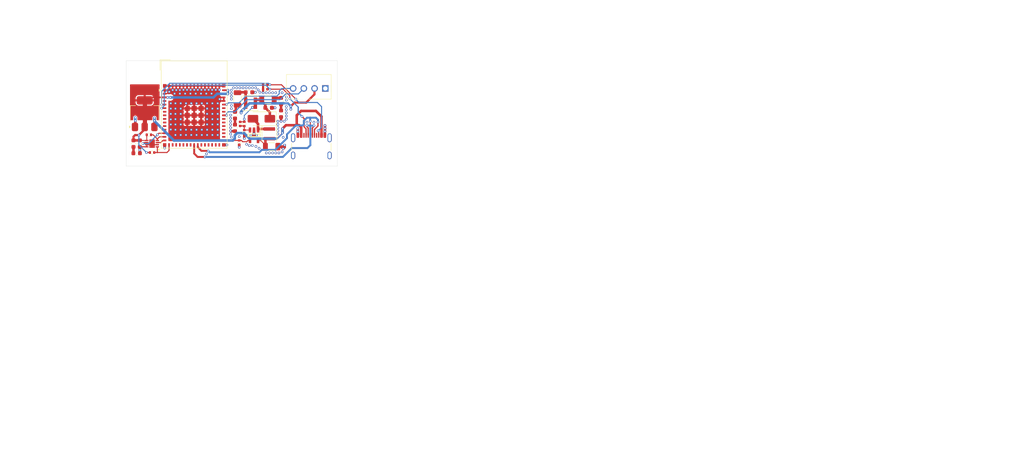
<source format=kicad_pcb>
(kicad_pcb (version 20240108) (generator "pcbnew") (generator_version "8.0")
  (title_block (title "Humidity Controller Layout Drawing") (rev "A") (comment 1 "A") (comment 2 "Initial Release") (comment 3 "2025-02-09") (comment 4 "-") (comment 5 "r.marple") (comment 6 "2025-02-09") (comment 7 "000001-01") (comment 8 "H") (comment 9 "I"))
  (layers (0 "F.Cu" signal) (1 "In1.Cu" signal) (2 "In2.Cu" signal) (31 "B.Cu" signal) (34 "B.Paste" user) (35 "F.Paste" user) (36 "B.SilkS" user "B.Silkscreen") (37 "F.SilkS" user "F.Silkscreen") (38 "B.Mask" user) (39 "F.Mask" user) (44 "Edge.Cuts" user))
  (net 0 "")
  (net 1 "+3.3V")
  (net 2 "GND")
  (net 4 "/USB_D+")
  (net 11 "/USB_D-")
  (net 26 "Net-(C2-Pad2)")
  (net 27 "Net-(R1-Pad1)")
  (net 28 "/BST_12V")
  (net 29 "/BST_FB")
  (net 30 "/BST_SW")
  (net 31 "Net-(C1-Pad2)")
  (net 32 "Net-(R6-Pad1)")
  (net 35 "+5V")
  (net 37 "/FAN_PWM")
  (net 39 "/FAN_RPM")
  (net 40 "+12V")
  (net 42 "Net-(C7-Pad2)")
  (net 47 "/CC1")
  (net 48 "/CC2")
  (net 49 "/SCL")
  (net 50 "/SDA")
  (net 51 "/!BST_SHDN")
  (net 52 "/!RESET")
  (net 53 "/ALERT")
  (footprint "Resistor_SMD:R_0402_1005Metric" (layer "F.Cu") (at 88.920385 72.529615 -90)
    (property "Reference" "R2" (hide yes))
    (property "Value" "115K" (hide yes))
  )
  (footprint "Inductor_SMD:L_Sunlord_SWPA3015S" (layer "F.Cu") (at 90.395385 67.619615 180)
    (property "Reference" "L2" (hide yes))
    (property "Value" "10uH" (hide yes))
  )
  (footprint "Connector_USB:USB_C_Receptacle_GCT_USB4105-xx-A_16P_TopMnt_Horizontal" (layer "F.Cu") (at 104.79 78.905)
    (property "Reference" "J3" (hide yes))
    (property "Value" "918-418K2023S40001" (hide yes))
  )
  (footprint "Capacitor_SMD:C_0603_1608Metric" (layer "F.Cu") (at 94.670385 68.694615)
    (property "Reference" "C3" (hide yes))
    (property "Value" "470nF" (hide yes))
  )
  (footprint "Capacitor_SMD:C_0603_1608Metric" (layer "F.Cu") (at 90.020385 65.019615)
    (property "Reference" "C4" (hide yes))
    (property "Value" "470nF" (hide yes))
  )
  (footprint "Capacitor_SMD:C_0603_1608Metric" (layer "F.Cu") (at 64.195385 77.194615 -90)
    (property "Reference" "C5" (hide yes))
    (property "Value" "470nF" (hide yes))
  )
  (footprint "Resistor_SMD:R_0402_1005Metric" (layer "F.Cu") (at 93.870385 64.294615 180)
    (property "Reference" "R10" (hide yes))
    (property "Value" "5.1K" (hide yes))
  )
  (footprint "Resistor_SMD:R_0402_1005Metric" (layer "F.Cu") (at 67.095385 79.294615)
    (property "Reference" "R4" (hide yes))
    (property "Value" "4.7K" (hide yes))
  )
  (footprint "Capacitor_SMD:C_0603_1608Metric" (layer "F.Cu") (at 86.720385 73.469615 90)
    (property "Reference" "R8" (hide yes))
    (property "Value" "1R" (hide yes))
  )
  (footprint "humidity-controller:SOT95P280X145-5N" (layer "F.Cu") (at 91.220385 75.219615 -90)
    (property "Reference" "U4" (hide yes))
    (property "Value" "LM27313XMF_NOPB" (hide yes))
  )
  (footprint "Capacitor_SMD:C_0402_1005Metric" (layer "F.Cu") (at 87.945385 72.519615 -90)
    (property "Reference" "C8" (hide yes))
    (property "Value" "220pF" (hide yes))
  )
  (footprint "humidity-controller:SON50P250X250X80-9N-D" (layer "F.Cu") (at 67.095385 77.194615 180)
    (property "Reference" "U3" (hide yes))
    (property "Value" "HDC3022DEJR" (hide yes))
  )
  (footprint "Capacitor_SMD:C_1206_3216Metric" (layer "F.Cu") (at 94.520385 66.794615)
    (property "Reference" "C1" (hide yes))
    (property "Value" "4.7uF" (hide yes))
  )
  (footprint "Capacitor_SMD:C_0603_1608Metric" (layer "F.Cu") (at 97.620385 67.119615 90)
    (property "Reference" "R1" (hide yes))
    (property "Value" "1R" (hide yes))
  )
  (footprint "Capacitor_SMD:C_0603_1608Metric" (layer "F.Cu") (at 63.445385 79.469615 180)
    (property "Reference" "R11" (hide yes))
    (property "Value" "1R" (hide yes))
  )
  (footprint "Resistor_SMD:R_0402_1005Metric" (layer "F.Cu") (at 93.870385 63.244615 180)
    (property "Reference" "R9" (hide yes))
    (property "Value" "5.1K" (hide yes))
  )
  (footprint "Capacitor_SMD:C_0603_1608Metric" (layer "F.Cu") (at 86.720385 70.444615 90)
    (property "Reference" "R6" (hide yes))
    (property "Value" "1R" (hide yes))
  )
  (footprint "Diode_SMD:D_SMA" (layer "F.Cu") (at 92.970385 71.294615 180)
    (property "Reference" "D1")
    (property "Value" "SS14" (hide yes))
  )
  (footprint "Capacitor_SMD:C_1206_3216Metric" (layer "F.Cu") (at 95.395385 77.894615)
    (property "Reference" "C6" (hide yes))
    (property "Value" "4.7uF" (hide yes))
  )
  (footprint "Resistor_SMD:R_0402_1005Metric" (layer "F.Cu") (at 87.720385 76.944615 -90)
    (property "Reference" "R12" (hide yes))
    (property "Value" "13.3K" (hide yes))
  )
  (footprint "Package_TO_SOT_SMD:SOT-223-3_TabPin2" (layer "F.Cu") (at 65.345385 70.094615 90)
    (property "Reference" "U5" (hide yes))
    (property "Value" "AMS1117-3.3" (hide yes))
  )
  (footprint "Capacitor_SMD:C_1206_3216Metric" (layer "F.Cu") (at 87.320385 66.594615 -90)
    (property "Reference" "C2" (hide yes))
    (property "Value" "4.7uF" (hide yes))
  )
  (footprint "Capacitor_SMD:C_0603_1608Metric" (layer "F.Cu") (at 97.620385 70.119615 90)
    (property "Reference" "R7" (hide yes))
    (property "Value" "1R" (hide yes))
  )
  (footprint "Resistor_SMD:R_0402_1005Metric" (layer "F.Cu") (at 88.920385 74.479615 -90)
    (property "Reference" "R5" (hide yes))
    (property "Value" "13.3K" (hide yes))
  )
  (footprint "Capacitor_SMD:C_0603_1608Metric" (layer "F.Cu") (at 62.695385 77.194615 -90)
    (property "Reference" "C7" (hide yes))
    (property "Value" "22uF" (hide yes))
  )
  (footprint "humidity-controller:470531000" (layer "F.Cu") (at 108.097385 64.114615)
    (property "Reference" "J1" (hide yes))
    (property "Value" "Conn_01x04_Pin" (hide yes))
  )
  (footprint "Resistor_SMD:R_0402_1005Metric" (layer "F.Cu") (at 66.345385 75.094615)
    (property "Reference" "R3" (hide yes))
    (property "Value" "4.7K" (hide yes))
  )
  (footprint "Inductor_SMD:L_Sunlord_SWPA3015S" (layer "F.Cu") (at 94.870385 74.869615 90)
    (property "Reference" "L1" (hide yes))
    (property "Value" "10uH" (hide yes))
  )
  (footprint "RF_Module:ESP32-S2-MINI-1" (layer "F.Cu") (at 77.060385 67.934615)
    (property "Reference" "U1" (hide yes))
    (property "Value" "ESP32-S3-MINI-1" (hide yes))
  )
  (gr_line (start 60.970385 82.544615) (end 110.970385 82.544615) (stroke (width 0.05)) (layer "Edge.Cuts"))
  (gr_line (start 60.970385 57.544615) (end 60.970385 82.544615) (stroke (width 0.05)) (layer "Edge.Cuts"))
  (gr_line (start 110.970385 57.544615) (end 60.970385 57.544615) (stroke (width 0.05)) (layer "Edge.Cuts"))
  (gr_line (start 110.970385 82.544615) (end 110.970385 57.544615) (stroke (width 0.05)) (layer "Edge.Cuts"))
  (segment (start 65.510385 66.784615) (end 65.400385 66.894615) (width 0.6) (layer "F.Cu") (net 1))
  (segment (start 65.445385 73.694615) (end 65.445385 73.244615) (width 0.5) (layer "F.Cu") (net 1))
  (segment (start 84.060385 64.534615) (end 85.010385 64.534615) (width 0.4) (layer "F.Cu") (net 1))
  (segment (start 70.060385 66.234615) (end 70.760385 66.234615) (width 0.4) (layer "F.Cu") (net 1))
  (segment (start 65.835385 76.434615) (end 65.845385 76.444615) (width 0.2) (layer "F.Cu") (net 1))
  (segment (start 62.695385 75.544615) (end 63.070385 75.169615) (width 0.5) (layer "F.Cu") (net 1))
  (segment (start 66.585385 79.294615) (end 65.770385 79.294615) (width 0.25) (layer "F.Cu") (net 1))
  (segment (start 65.845385 76.444615) (end 64.220385 76.444615) (width 0.2) (layer "F.Cu") (net 1))
  (segment (start 62.695385 76.419615) (end 62.695385 75.544615) (width 0.5) (layer "F.Cu") (net 1))
  (segment (start 64.220385 76.444615) (end 64.195385 76.419615) (width 0.2) (layer "F.Cu") (net 1))
  (segment (start 65.835385 75.094615) (end 65.835385 76.434615) (width 0.2) (layer "F.Cu") (net 1))
  (segment (start 62.695385 76.419615) (end 64.195385 76.419615) (width 0.6) (layer "F.Cu") (net 1))
  (segment (start 65.400385 73.194615) (end 65.400385 66.894615) (width 1) (layer "F.Cu") (net 1))
  (segment (start 63.070385 75.169615) (end 63.970385 75.169615) (width 0.5) (layer "F.Cu") (net 1))
  (segment (start 70.760385 66.234615) (end 70.770385 66.244615) (width 0.4) (layer "F.Cu") (net 1))
  (segment (start 63.970385 75.169615) (end 65.445385 73.694615) (width 0.5) (layer "F.Cu") (net 1))
  (segment (start 85.010385 64.534615) (end 85.020385 64.544615) (width 0.6) (layer "F.Cu") (net 1))
  (segment (start 70.770385 66.244615) (end 71.395385 66.244615) (width 0.4) (layer "F.Cu") (net 1))
  (segment (start 70.060385 66.234615) (end 65.510385 66.234615) (width 0.4) (layer "F.Cu") (net 1))
  (segment (start 85.020385 65.394615) (end 85.020385 64.544615) (width 0.6) (layer "F.Cu") (net 1))
  (via (at 70.770385 66.244615) (size 0.6) (drill 0.3) (layers "F.Cu" "B.Cu") (net 1))
  (via (at 85.020385 64.544615) (size 0.6) (drill 0.3) (layers "F.Cu" "B.Cu") (net 1))
  (via (at 71.395385 66.244615) (size 0.6) (drill 0.3) (layers "F.Cu" "B.Cu") (net 1))
  (via (at 63.970385 75.169615) (size 0.6) (drill 0.3) (layers "F.Cu" "B.Cu") (net 1))
  (via (at 85.020385 65.394615) (size 0.6) (drill 0.3) (layers "F.Cu" "B.Cu") (net 1))
  (via (at 65.770385 79.294615) (size 0.6) (drill 0.3) (layers "F.Cu" "B.Cu") (net 1))
  (segment (start 82.470385 65.394615) (end 85.020385 65.394615) (width 0.6) (layer "B.Cu") (net 1))
  (segment (start 63.970385 77.494615) (end 63.970385 75.169615) (width 0.25) (layer "B.Cu") (net 1))
  (segment (start 65.770385 79.294615) (end 63.970385 77.494615) (width 0.25) (layer "B.Cu") (net 1))
  (segment (start 81.620385 66.244615) (end 82.470385 65.394615) (width 0.6) (layer "B.Cu") (net 1))
  (segment (start 85.020385 64.544615) (end 85.020385 65.394615) (width 0.6) (layer "B.Cu") (net 1))
  (segment (start 70.770385 66.244615) (end 71.395385 66.244615) (width 0.4) (layer "B.Cu") (net 1))
  (segment (start 71.395385 66.244615) (end 81.620385 66.244615) (width 0.6) (layer "B.Cu") (net 1))
  (segment (start 91.220385 74.869615) (end 90.870385 75.219615) (width 0.6) (layer "F.Cu") (net 2))
  (segment (start 98.470385 77.544615) (end 98.470385 78.044615) (width 0.6) (layer "F.Cu") (net 2))
  (segment (start 64.195385 77.969615) (end 64.195385 79.444615) (width 0.6) (layer "F.Cu") (net 2))
  (segment (start 63.120385 71.769615) (end 63.120385 71.044615) (width 0.6) (layer "F.Cu") (net 2))
  (segment (start 88.920385 75.978929) (end 88.936071 75.994615) (width 0.25) (layer "F.Cu") (net 2))
  (segment (start 97.620385 77.894615) (end 98.120385 78.394615) (width 0.6) (layer "F.Cu") (net 2))
  (segment (start 96.870385 77.894615) (end 97.620385 77.894615) (width 0.6) (layer "F.Cu") (net 2))
  (segment (start 84.060385 77.484615) (end 84.785385 77.484615) (width 0.6) (layer "F.Cu") (net 2))
  (segment (start 86.720385 74.244615) (end 85.745385 74.244615) (width 0.6) (layer "F.Cu") (net 2))
  (segment (start 101.59 73.635) (end 101.59 74.33) (width 0.6) (layer "F.Cu") (net 2))
  (segment (start 91.570385 75.219615) (end 91.870385 75.219615) (width 0.6) (layer "F.Cu") (net 2))
  (segment (start 91.220385 74.869615) (end 91.570385 75.219615) (width 0.6) (layer "F.Cu") (net 2))
  (segment (start 97.620385 70.894615) (end 97.620385 71.894615) (width 0.6) (layer "F.Cu") (net 2))
  (segment (start 70.060385 77.484615) (end 70.060385 78.209615) (width 0.6) (layer "F.Cu") (net 2))
  (segment (start 64.220385 77.944615) (end 64.195385 77.969615) (width 0.25) (layer "F.Cu") (net 2))
  (segment (start 93.360385 63.294615) (end 93.360385 65.134615) (width 0.5) (layer "F.Cu") (net 2))
  (segment (start 98.470385 78.044615) (end 98.120385 78.394615) (width 0.6) (layer "F.Cu") (net 2))
  (segment (start 90.870385 75.219615) (end 90.520385 75.219615) (width 0.6) (layer "F.Cu") (net 2))
  (segment (start 107.99 75.225) (end 107.99 74.3) (width 0.6) (layer "F.Cu") (net 2))
  (segment (start 107.99 74.3) (end 108.01 74.28) (width 0.25) (layer "F.Cu") (net 2))
  (segment (start 101.59 75.225) (end 101.59 74.33) (width 0.6) (layer "F.Cu") (net 2))
  (segment (start 70.060385 78.209615) (end 70.070385 78.219615) (width 0.25) (layer "F.Cu") (net 2))
  (segment (start 63.120385 73.194615) (end 63.120385 71.769615) (width 0.6) (layer "F.Cu") (net 2))
  (segment (start 101.585 73.63) (end 101.59 73.635) (width 0.6) (layer "F.Cu") (net 2))
  (segment (start 93.360385 65.134615) (end 93.370385 65.144615) (width 0.5) (layer "F.Cu") (net 2))
  (segment (start 84.785385 77.484615) (end 84.795385 77.494615) (width 0.25) (layer "F.Cu") (net 2))
  (segment (start 97.620385 77.894615) (end 98.120385 77.894615) (width 0.6) (layer "F.Cu") (net 2))
  (segment (start 65.845385 77.444615) (end 65.845385 77.944615) (width 0.25) (layer "F.Cu") (net 2))
  (segment (start 98.120385 77.894615) (end 98.470385 77.544615) (width 0.6) (layer "F.Cu") (net 2))
  (segment (start 95.445385 68.694615) (end 96.195385 68.694615) (width 0.6) (layer "F.Cu") (net 2))
  (segment (start 90.795385 65.019615) (end 91.545385 65.019615) (width 0.6) (layer "F.Cu") (net 2))
  (segment (start 108.01 73.58) (end 108.01 72.88) (width 0.6) (layer "F.Cu") (net 2))
  (segment (start 85.745385 74.244615) (end 85.670385 74.169615) (width 0.6) (layer "F.Cu") (net 2))
  (segment (start 91.870385 75.219615) (end 90.520385 75.219615) (width 0.6) (layer "F.Cu") (net 2))
  (segment (start 65.845385 77.944615) (end 64.220385 77.944615) (width 0.25) (layer "F.Cu") (net 2))
  (segment (start 108.01 74.28) (end 108.01 73.58) (width 0.6) (layer "F.Cu") (net 2))
  (segment (start 87.720385 77.454615) (end 87.720385 78.044615) (width 0.6) (layer "F.Cu") (net 2))
  (segment (start 65.845385 77.444615) (end 68.345385 77.444615) (width 0.25) (layer "F.Cu") (net 2))
  (segment (start 64.195385 79.444615) (end 64.220385 79.469615) (width 0.25) (layer "F.Cu") (net 2))
  (segment (start 88.920385 74.989615) (end 88.920385 75.978929) (width 0.6) (layer "F.Cu") (net 2))
  (segment (start 91.220385 73.969615) (end 91.220385 74.869615) (width 0.6) (layer "F.Cu") (net 2))
  (via (at 71.520385 71.444615) (size 0.6) (drill 0.3) (layers "F.Cu" "B.Cu") (net 2))
  (via (at 80.120385 71.394615) (size 0.6) (drill 0.3) (layers "F.Cu" "B.Cu") (net 2))
  (via (at 108.01 72.88) (size 0.6) (drill 0.3) (layers "F.Cu" "B.Cu") (net 2))
  (via (at 80.120385 73.894615) (size 0.6) (drill 0.3) (layers "F.Cu" "B.Cu") (net 2))
  (via (at 96.370385 79.394615) (size 0.6) (drill 0.3) (layers "F.Cu" "B.Cu") (net 2))
  (via (at 98.120385 78.394615) (size 0.6) (drill 0.3) (layers "F.Cu" "B.Cu") (net 2))
  (via (at 73.870385 71.394615) (size 0.6) (drill 0.3) (layers "F.Cu" "B.Cu") (net 2))
  (via (at 83.020385 64.444615) (size 0.6) (drill 0.3) (layers "F.Cu" "B.Cu") (net 2))
  (via (at 73.670385 65.344615) (size 0.6) (drill 0.3) (layers "F.Cu" "B.Cu") (net 2))
  (via (at 72.820385 64.494615) (size 0.6) (drill 0.3) (layers "F.Cu" "B.Cu") (net 2))
  (via (at 71.520385 73.844615) (size 0.6) (drill 0.3) (layers "F.Cu" "B.Cu") (net 2))
  (via (at 98.870385 70.644615) (size 0.6) (drill 0.3) (layers "F.Cu" "B.Cu") (net 2))
  (via (at 88.620385 63.969615) (size 0.6) (drill 0.3) (layers "F.Cu" "B.Cu") (net 2))
  (via (at 79.970385 79.619615) (size 0.6) (drill 0.3) (layers "F.Cu" "B.Cu") (net 2))
  (via (at 81.170385 65.344615) (size 0.6) (drill 0.3) (layers "F.Cu" "B.Cu") (net 2))
  (via (at 76.370385 75.144615) (size 0.6) (drill 0.3) (layers "F.Cu" "B.Cu") (net 2))
  (via (at 78.670385 65.344615) (size 0.6) (drill 0.3) (layers "F.Cu" "B.Cu") (net 2))
  (via (at 98.870385 69.894615) (size 0.6) (drill 0.3) (layers "F.Cu" "B.Cu") (net 2))
  (via (at 73.870385 72.644615) (size 0.6) (drill 0.3) (layers "F.Cu" "B.Cu") (net 2))
  (via (at 82.620385 73.894615) (size 0.6) (drill 0.3) (layers "F.Cu" "B.Cu") (net 2))
  (via (at 77.620385 75.144615) (size 0.6) (drill 0.3) (layers "F.Cu" "B.Cu") (net 2))
  (via (at 73.870385 75.144615) (size 0.6) (drill 0.3) (layers "F.Cu" "B.Cu") (net 2))
  (via (at 81.370385 71.394615) (size 0.6) (drill 0.3) (layers "F.Cu" "B.Cu") (net 2))
  (via (at 88.936071 75.994615) (size 0.6) (drill 0.3) (layers "F.Cu" "B.Cu") (net 2))
  (via (at 72.620385 70.144615) (size 0.6) (drill 0.3) (layers "F.Cu" "B.Cu") (net 2))
  (via (at 77.620385 67.644615) (size 0.6) (drill 0.3) (layers "F.Cu" "B.Cu") (net 2))
  (via (at 86.370385 63.969615) (size 0.6) (drill 0.3) (layers "F.Cu" "B.Cu") (net 2))
  (via (at 72.620385 75.144615) (size 0.6) (drill 0.3) (layers "F.Cu" "B.Cu") (net 2))
  (via (at 97.620385 71.894615) (size 0.6) (drill 0.3) (layers "F.Cu" "B.Cu") (net 2))
  (via (at 96.870385 73.394615) (size 0.6) (drill 0.3) (layers "F.Cu" "B.Cu") (net 2))
  (via (at 103.76 72.105) (size 0.6) (drill 0.3) (layers "F.Cu" "B.Cu") (net 2))
  (via (at 96.870385 71.894615) (size 0.6) (drill 0.3) (layers "F.Cu" "B.Cu") (net 2))
  (via (at 90.120385 63.969615) (size 0.6) (drill 0.3) (layers "F.Cu" "B.Cu") (net 2))
  (via (at 82.620385 71.394615) (size 0.6) (drill 0.3) (layers "F.Cu" "B.Cu") (net 2))
  (via (at 70.070385 78.219615) (size 0.6) (drill 0.3) (layers "F.Cu" "B.Cu") (net 2))
  (via (at 94.870385 79.394615) (size 0.6) (drill 0.3) (layers "F.Cu" "B.Cu") (net 2))
  (via (at 85.670385 73.419615) (size 0.6) (drill 0.3) (layers "F.Cu" "B.Cu") (net 2))
  (via (at 76.370385 67.644615) (size 0.6) (drill 0.3) (layers "F.Cu" "B.Cu") (net 2))
  (via (at 94.120385 65.144615) (size 0.6) (drill 0.3) (layers "F.Cu" "B.Cu") (net 2))
  (via (at 94.870385 65.144615) (size 0.6) (drill 0.3) (layers "F.Cu" "B.Cu") (net 2))
  (via (at 82.620385 72.644615) (size 0.6) (drill 0.3) (layers "F.Cu" "B.Cu") (net 2))
  (via (at 81.370385 73.894615) (size 0.6) (drill 0.3) (layers "F.Cu" "B.Cu") (net 2))
  (via (at 91.545385 65.019615) (size 0.6) (drill 0.3) (layers "F.Cu" "B.Cu") (net 2))
  (via (at 85.870385 68.894615) (size 0.6) (drill 0.3) (layers "F.Cu" "B.Cu") (net 2))
  (via (at 73.670385 64.494615) (size 0.6) (drill 0.3) (layers "F.Cu" "B.Cu") (net 2))
  (via (at 96.870385 74.144615) (size 0.6) (drill 0.3) (layers "F.Cu" "B.Cu") (net 2))
  (via (at 78.870385 67.644615) (size 0.6) (drill 0.3) (layers "F.Cu" "B.Cu") (net 2))
  (via (at 72.620385 73.894615) (size 0.6) (drill 0.3) (layers "F.Cu" "B.Cu") (net 2))
  (via (at 92.195385 64.444615) (size 0.6) (drill 0.3) (layers "F.Cu" "B.Cu") (net 2))
  (via (at 73.870385 70.144615) (size 0.6) (drill 0.3) (layers "F.Cu" "B.Cu") (net 2))
  (via (at 90.820385 77.644615) (size 0.6) (drill 0.3) (layers "F.Cu" "B.Cu") (net 2))
  (via (at 95.620385 79.394615) (size 0.6) (drill 0.3) (layers "F.Cu" "B.Cu") (net 2))
  (via (at 87.120385 63.969615) (size 0.6) (drill 0.3) (layers "F.Cu" "B.Cu") (net 2))
  (via (at 72.620385 68.894615) (size 0.6) (drill 0.3) (layers "F.Cu" "B.Cu") (net 2))
  (via (at 82.620385 68.894615) (size 0.6) (drill 0.3) (layers "F.Cu" "B.Cu") (net 2))
  (via (at 85.670385 74.169615) (size 0.6) (drill 0.3) (layers "F.Cu" "B.Cu") (net 2))
  (via (at 73.870385 73.894615) (size 0.6) (drill 0.3) (layers "F.Cu" "B.Cu") (net 2))
  (via (at 85.670385 74.919615) (size 0.6) (drill 0.3) (layers "F.Cu" "B.Cu") (net 2))
  (via (at 98.870385 68.394615) (size 0.6) (drill 0.3) (layers "F.Cu" "B.Cu") (net 2))
  (via (at 81.370385 67.644615) (size 0.6) (drill 0.3) (layers "F.Cu" "B.Cu") (net 2))
  (via (at 72.620385 72.644615) (size 0.6) (drill 0.3) (layers "F.Cu" "B.Cu") (net 2))
  (via (at 97.120385 79.394615) (size 0.6) (drill 0.3) (layers "F.Cu" "B.Cu") (net 2))
  (via (at 105.41 72.13) (size 0.6) (drill 0.3) (layers "F.Cu" "B.Cu") (net 2))
  (via (at 91.870385 75.219615) (size 0.6) (drill 0.3) (layers "F.Cu" "B.Cu") (net 2))
  (via (at 92.620385 65.019615) (size 0.6) (drill 0.3) (layers "F.Cu" "B.Cu") (net 2))
  (via (at 83.070385 66.644615) (size 0.6) (drill 0.3) (layers "F.Cu" "B.Cu") (net 2))
  (via (at 98.870385 66.144615) (size 0.6) (drill 0.3) (layers "F.Cu" "B.Cu") (net 2))
  (via (at 85.870385 66.644615) (size 0.6) (drill 0.3) (layers "F.Cu" "B.Cu") (net 2))
  (via (at 80.120385 75.144615) (size 0.6) (drill 0.3) (layers "F.Cu" "B.Cu") (net 2))
  (via (at 71.520385 67.644615) (size 0.6) (drill 0.3) (layers "F.Cu" "B.Cu") (net 2))
  (via (at 85.670385 71.919615) (size 0.6) (drill 0.3) (layers "F.Cu" "B.Cu") (net 2))
  (via (at 95.620385 65.144615) (size 0.6) (drill 0.3) (layers "F.Cu" "B.Cu") (net 2))
  (via (at 84.795385 77.494615) (size 0.6) (drill 0.3) (layers "F.Cu" "B.Cu") (net 2))
  (via (at 97.870385 79.144615) (size 0.6) (drill 0.3) (layers "F.Cu" "B.Cu") (net 2))
  (via (at 98.870385 71.394615) (size 0.6) (drill 0.3) (layers "F.Cu" "B.Cu") (net 2))
  (via (at 74.920385 65.344615) (size 0.6) (drill 0.3) (layers "F.Cu" "B.Cu") (net 2))
  (via (at 81.370385 70.144615) (size 0.6) (drill 0.3) (layers "F.Cu" "B.Cu") (net 2))
  (via (at 76.370385 73.894615) (size 0.6) (drill 0.3) (layers "F.Cu" "B.Cu") (net 2))
  (via (at 87.720385 78.044615) (size 0.6) (drill 0.3) (layers "F.Cu" "B.Cu") (net 2))
  (via (at 98.120385 75.694615) (size 0.6) (drill 0.3) (layers "F.Cu" "B.Cu") (net 2))
  (via (at 82.620385 67.644615) (size 0.6) (drill 0.3) (layers "F.Cu" "B.Cu") (net 2))
  (via (at 78.770385 64.444615) (size 0.6) (drill 0.3) (layers "F.Cu" "B.Cu") (net 2))
  (via (at 108.01 73.58) (size 0.6) (drill 0.3) (layers "F.Cu" "B.Cu") (net 2))
  (via (at 80.120385 68.894615) (size 0.6) (drill 0.3) (layers "F.Cu" "B.Cu") (net 2))
  (via (at 80.120385 72.644615) (size 0.6) (drill 0.3) (layers "F.Cu" "B.Cu") (net 2))
  (via (at 71.520385 68.894615) (size 0.6) (drill 0.3) (layers "F.Cu" "B.Cu") (net 2))
  (via (at 91.670385 77.844615) (size 0.6) (drill 0.3) (layers "F.Cu" "B.Cu") (net 2))
  (via (at 96.870385 74.894615) (size 0.6) (drill 0.3) (layers "F.Cu" "B.Cu") (net 2))
  (via (at 96.370385 65.144615) (size 0.6) (drill 0.3) (layers "F.Cu" "B.Cu") (net 2))
  (via (at 85.670385 72.669615) (size 0.6) (drill 0.3) (layers "F.Cu" "B.Cu") (net 2))
  (via (at 71.970385 64.494615) (size 0.6) (drill 0.3) (layers "F.Cu" "B.Cu") (net 2))
  (via (at 80.120385 67.644615) (size 0.6) (drill 0.3) (layers "F.Cu" "B.Cu") (net 2))
  (via (at 87.870385 63.969615) (size 0.6) (drill 0.3) (layers "F.Cu" "B.Cu") (net 2))
  (via (at 63.120385 71.769615) (size 0.6) (drill 0.3) (layers "F.Cu" "B.Cu") (net 2))
  (via (at 91.220385 74.869615) (size 0.6) (drill 0.3) (layers "F.Cu" "B.Cu") (net 2))
  (via (at 81.370385 68.894615) (size 0.6) (drill 0.3) (layers "F.Cu" "B.Cu") (net 2))
  (via (at 82.620385 75.144615) (size 0.6) (drill 0.3) (layers "F.Cu" "B.Cu") (net 2))
  (via (at 90.120385 77.644615) (size 0.6) (drill 0.3) (layers "F.Cu" "B.Cu") (net 2))
  (via (at 74.520385 64.444615) (size 0.6) (drill 0.3) (layers "F.Cu" "B.Cu") (net 2))
  (via (at 101.59 74.33) (size 0.6) (drill 0.3) (layers "F.Cu" "B.Cu") (net 2))
  (via (at 71.520385 70.144615) (size 0.6) (drill 0.3) (layers "F.Cu" "B.Cu") (net 2))
  (via (at 87.720385 75.519615) (size 0.6) (drill 0.3) (layers "F.Cu" "B.Cu") (net 2))
  (via (at 85.845385 64.544615) (size 0.6) (drill 0.3) (layers "F.Cu" "B.Cu") (net 2))
  (via (at 90.520385 75.219615) (size 0.6) (drill 0.3) (layers "F.Cu" "B.Cu") (net 2))
  (via (at 75.370385 64.444615) (size 0.6) (drill 0.3) (layers "F.Cu" "B.Cu") (net 2))
  (via (at 75.120385 67.644615) (size 0.6) (drill 0.3) (layers "F.Cu" "B.Cu") (net 2))
  (via (at 73.870385 67.644615) (size 0.6) (drill 0.3) (layers "F.Cu" "B.Cu") (net 2))
  (via (at 85.870385 68.144615) (size 0.6) (drill 0.3) (layers "F.Cu" "B.Cu") (net 2))
  (via (at 80.470385 64.444615) (size 0.6) (drill 0.3) (layers "F.Cu" "B.Cu") (net 2))
  (via (at 81.320385 64.444615) (size 0.6) (drill 0.3) (layers "F.Cu" "B.Cu") (net 2))
  (via (at 89.370385 63.969615) (size 0.6) (drill 0.3) (layers "F.Cu" "B.Cu") (net 2))
  (via (at 75.120385 75.144615) (size 0.6) (drill 0.3) (layers "F.Cu" "B.Cu") (net 2))
  (via (at 85.870385 75.644615) (size 0.6) (drill 0.3) (layers "F.Cu" "B.Cu") (net 2))
  (via (at 94.120385 79.394615) (size 0.6) (drill 0.3) (layers "F.Cu" "B.Cu") (net 2))
  (via (at 85.670385 71.169615) (size 0.6) (drill 0.3) (layers "F.Cu" "B.Cu") (net 2))
  (via (at 72.420385 65.344615) (size 0.6) (drill 0.3) (layers "F.Cu" "B.Cu") (net 2))
  (via (at 108.01 74.28) (size 0.6) (drill 0.3) (layers "F.Cu" "B.Cu") (net 2))
  (via (at 78.870385 73.894615) (size 0.6) (drill 0.3) (layers "F.Cu" "B.Cu") (net 2))
  (via (at 77.070385 64.444615) (size 0.6) (drill 0.3) (layers "F.Cu" "B.Cu") (net 2))
  (via (at 77.420385 65.344615) (size 0.6) (drill 0.3) (layers "F.Cu" "B.Cu") (net 2))
  (via (at 79.920385 65.344615) (size 0.6) (drill 0.3) (layers "F.Cu" "B.Cu") (net 2))
  (via (at 98.870385 69.144615) (size 0.6) (drill 0.3) (layers "F.Cu" "B.Cu") (net 2))
  (via (at 98.870385 66.894615) (size 0.6) (drill 0.3) (layers "F.Cu" "B.Cu") (net 2))
  (via (at 82.620385 70.144615) (size 0.6) (drill 0.3) (layers "F.Cu" "B.Cu") (net 2))
  (via (at 85.870385 65.969615) (size 0.6) (drill 0.3) (layers "F.Cu" "B.Cu") (net 2))
  (via (at 93.370385 65.144615) (size 0.6) (drill 0.3) (layers "F.Cu" "B.Cu") (net 2))
  (via (at 96.195385 68.694615) (size 0.6) (drill 0.3) (layers "F.Cu" "B.Cu") (net 2))
  (via (at 98.470385 77.544615) (size 0.6) (drill 0.3) (layers "F.Cu" "B.Cu") (net 2))
  (via (at 79.620385 64.444615) (size 0.6) (drill 0.3) (layers "F.Cu" "B.Cu") (net 2))
  (via (at 78.870385 75.144615) (size 0.6) (drill 0.3) (layers "F.Cu" "B.Cu") (net 2))
  (via (at 72.620385 71.394615) (size 0.6) (drill 0.3) (layers "F.Cu" "B.Cu") (net 2))
  (via (at 85.870385 65.269615) (size 0.6) (drill 0.3) (layers "F.Cu" "B.Cu") (net 2))
  (via (at 71.520385 72.644615) (size 0.6) (drill 0.3) (layers "F.Cu" "B.Cu") (net 2))
  (via (at 97.870385 65.144615) (size 0.6) (drill 0.3) (layers "F.Cu" "B.Cu") (net 2))
  (via (at 64.195385 78.694615) (size 0.6) (drill 0.3) (layers "F.Cu" "B.Cu") (net 2))
  (via (at 76.220385 64.444615) (size 0.6) (drill 0.3) (layers "F.Cu" "B.Cu") (net 2))
  (via (at 91.620385 63.969615) (size 0.6) (drill 0.3) (layers "F.Cu" "B.Cu") (net 2))
  (via (at 85.670385 70.419615) (size 0.6) (drill 0.3) (layers "F.Cu" "B.Cu") (net 2))
  (via (at 77.920385 64.444615) (size 0.6) (drill 0.3) (layers "F.Cu" "B.Cu") (net 2))
  (via (at 63.120385 71.044615) (size 0.6) (drill 0.3) (layers "F.Cu" "B.Cu") (net 2))
  (via (at 81.370385 75.144615) (size 0.6) (drill 0.3) (layers "F.Cu" "B.Cu") (net 2))
  (via (at 73.870385 68.894615) (size 0.6) (drill 0.3) (layers "F.Cu" "B.Cu") (net 2))
  (via (at 80.120385 70.144615) (size 0.6) (drill 0.3) (layers "F.Cu" "B.Cu") (net 2))
  (via (at 89.470385 77.344615) (size 0.6) (drill 0.3) (layers "F.Cu" "B.Cu") (net 2))
  (via (at 72.620385 67.644615) (size 0.6) (drill 0.3) (layers "F.Cu" "B.Cu") (net 2))
  (via (at 92.420385 78.294615) (size 0.6) (drill 0.3) (layers "F.Cu" "B.Cu") (net 2))
  (via (at 76.170385 65.344615) (size 0.6) (drill 0.3) (layers "F.Cu" "B.Cu") (net 2))
  (via (at 101.585 73.63) (size 0.6) (drill 0.3) (layers "F.Cu" "B.Cu") (net 2))
  (via (at 81.370385 72.644615) (size 0.6) (drill 0.3) (layers "F.Cu" "B.Cu") (net 2))
  (via (at 82.170385 64.444615) (size 0.6) (drill 0.3) (layers "F.Cu" "B.Cu") (net 2))
  (via (at 71.170385 64.894615) (size 0.6) (drill 0.3) (layers "F.Cu" "B.Cu") (net 2))
  (via (at 75.120385 73.894615) (size 0.6) (drill 0.3) (layers "F.Cu" "B.Cu") (net 2))
  (via (at 90.870385 63.969615) (size 0.6) (drill 0.3) (layers "F.Cu" "B.Cu") (net 2))
  (via (at 96.870385 72.644615) (size 0.6) (drill 0.3) (layers "F.Cu" "B.Cu") (net 2))
  (via (at 77.620385 73.894615) (size 0.6) (drill 0.3) (layers "F.Cu" "B.Cu") (net 2))
  (via (at 98.370385 71.894615) (size 0.6) (drill 0.3) (layers "F.Cu" "B.Cu") (net 2))
  (segment (start 63.120385 71.769615) (end 63.120385 71.044615) (width 0.6) (layer "B.Cu") (net 2))
  (segment (start 104.535 71.88) (end 104.54 71.885) (width 0.25) (layer "F.Cu") (net 4))
  (segment (start 106.36 72.08) (end 106.36 73.011792) (width 0.3) (layer "F.Cu") (net 4))
  (segment (start 104.54 71.885) (end 104.54 75.225) (width 0.25) (layer "F.Cu") (net 4))
  (segment (start 105.54 73.825) (end 105.54 75.225) (width 0.3) (layer "F.Cu") (net 4))
  (segment (start 105.666143 73.705649) (end 105.659351 73.705649) (width 0.3) (layer "F.Cu") (net 4))
  (segment (start 78.770385 78.894615) (end 77.910385 78.034615) (width 0.45) (layer "F.Cu") (net 4))
  (segment (start 80.307454 78.931379) (end 80.27069 78.894615) (width 0.45) (layer "F.Cu") (net 4))
  (segment (start 106.36 73.011792) (end 105.666143 73.705649) (width 0.3) (layer "F.Cu") (net 4))
  (segment (start 105.659351 73.705649) (end 105.54 73.825) (width 0.3) (layer "F.Cu") (net 4))
  (segment (start 77.910385 78.034615) (end 77.910385 77.784615) (width 0.45) (layer "F.Cu") (net 4))
  (segment (start 77.910385 77.784615) (end 77.910385 77.484615) (width 0.25) (layer "F.Cu") (net 4))
  (segment (start 80.378228 78.931379) (end 80.307454 78.931379) (width 0.45) (layer "F.Cu") (net 4))
  (segment (start 80.27069 78.894615) (end 78.770385 78.894615) (width 0.45) (layer "F.Cu") (net 4))
  (via (at 106.36 72.08) (size 0.6) (drill 0.3) (layers "F.Cu" "B.Cu") (net 4))
  (via (at 80.378228 78.931379) (size 0.6) (drill 0.3) (layers "F.Cu" "B.Cu") (net 4))
  (via (at 104.535 71.88) (size 0.6) (drill 0.3) (layers "F.Cu" "B.Cu") (net 4))
  (segment (start 96.245385 78.669615) (end 99.020385 75.894615) (width 0.45) (layer "B.Cu") (net 4))
  (segment (start 92.49569 79.244615) (end 93.07069 78.669615) (width 0.45) (layer "B.Cu") (net 4))
  (segment (start 101.135 72.88) (end 102.76 72.88) (width 0.45) (layer "B.Cu") (net 4))
  (segment (start 104.520385 71.044615) (end 105.870385 71.044615) (width 0.45) (layer "B.Cu") (net 4))
  (segment (start 105.870385 71.044615) (end 106.36 71.53423) (width 0.45) (layer "B.Cu") (net 4))
  (segment (start 104.535 71.88) (end 104.520385 71.865385) (width 0.25) (layer "B.Cu") (net 4))
  (segment (start 103.01 71.805) (end 103.770385 71.044615) (width 0.45) (layer "B.Cu") (net 4))
  (segment (start 99.020385 74.994615) (end 101.135 72.88) (width 0.45) (layer "B.Cu") (net 4))
  (segment (start 106.36 72.08) (end 106.36 72.05819) (width 0.25) (layer "B.Cu") (net 4))
  (segment (start 104.520385 71.865385) (end 104.520385 71.044615) (width 0.45) (layer "B.Cu") (net 4))
  (segment (start 103.770385 71.044615) (end 104.520385 71.044615) (width 0.45) (layer "B.Cu") (net 4))
  (segment (start 99.020385 75.894615) (end 99.020385 74.994615) (width 0.45) (layer "B.Cu") (net 4))
  (segment (start 93.07069 78.669615) (end 96.245385 78.669615) (width 0.45) (layer "B.Cu") (net 4))
  (segment (start 102.76 72.88) (end 103.01 72.63) (width 0.45) (layer "B.Cu") (net 4))
  (segment (start 80.691464 79.244615) (end 92.49569 79.244615) (width 0.45) (layer "B.Cu") (net 4))
  (segment (start 106.36 71.53423) (end 106.36 72.056595) (width 0.45) (layer "B.Cu") (net 4))
  (segment (start 103.01 72.63) (end 103.01 71.805) (width 0.45) (layer "B.Cu") (net 4))
  (segment (start 80.378228 78.931379) (end 80.691464 79.244615) (width 0.45) (layer "B.Cu") (net 4))
  (segment (start 105.41 72.93) (end 105.41 73.099239) (width 0.3) (layer "F.Cu") (net 11))
  (segment (start 103.735 73.174239) (end 104.04 73.479239) (width 0.3) (layer "F.Cu") (net 11))
  (segment (start 77.870385 80.344615) (end 77.060385 79.534615) (width 0.45) (layer "F.Cu") (net 11))
  (segment (start 77.060385 79.534615) (end 77.060385 77.484615) (width 0.45) (layer "F.Cu") (net 11))
  (segment (start 104.04 73.479239) (end 104.04 75.225) (width 0.3) (layer "F.Cu") (net 11))
  (segment (start 105.41 73.099239) (end 105.04 73.469239) (width 0.3) (layer "F.Cu") (net 11))
  (segment (start 105.04 73.469239) (end 105.04 75.225) (width 0.3) (layer "F.Cu") (net 11))
  (segment (start 103.735 72.905) (end 103.735 73.174239) (width 0.3) (layer "F.Cu") (net 11))
  (segment (start 79.570385 80.344615) (end 77.870385 80.344615) (width 0.45) (layer "F.Cu") (net 11))
  (via (at 79.570385 80.344615) (size 0.6) (drill 0.3) (layers "F.Cu" "B.Cu") (net 11))
  (via (at 103.735 72.905) (size 0.6) (drill 0.3) (layers "F.Cu" "B.Cu") (net 11))
  (via (at 105.41 72.93) (size 0.6) (drill 0.3) (layers "F.Cu" "B.Cu") (net 11))
  (segment (start 79.570385 80.344615) (end 98.070385 80.344615) (width 0.45) (layer "B.Cu") (net 11))
  (segment (start 103.735 72.905) (end 104.56 72.905) (width 0.45) (layer "B.Cu") (net 11))
  (segment (start 100.170385 78.244615) (end 103.870385 78.244615) (width 0.45) (layer "B.Cu") (net 11))
  (segment (start 103.870385 78.244615) (end 104.56 77.555) (width 0.45) (layer "B.Cu") (net 11))
  (segment (start 104.585 72.93) (end 104.56 72.905) (width 0.3) (layer "B.Cu") (net 11))
  (segment (start 105.41 72.93) (end 104.585 72.93) (width 0.45) (layer "B.Cu") (net 11))
  (segment (start 98.070385 80.344615) (end 100.170385 78.244615) (width 0.45) (layer "B.Cu") (net 11))
  (segment (start 105.385 72.905) (end 105.41 72.93) (width 0.3) (layer "B.Cu") (net 11))
  (segment (start 104.56 77.555) (end 104.56 72.905) (width 0.45) (layer "B.Cu") (net 11))
  (segment (start 86.920385 69.644615) (end 86.920385 68.469615) (width 0.6) (layer "F.Cu") (net 26))
  (segment (start 86.920385 68.469615) (end 87.320385 68.069615) (width 0.6) (layer "F.Cu") (net 26))
  (segment (start 97.620385 67.894615) (end 97.620385 69.344615) (width 0.6) (layer "F.Cu") (net 27))
  (segment (start 93.895385 67.969615) (end 93.045385 67.119615) (width 0.6) (layer "F.Cu") (net 28))
  (segment (start 91.545385 68.594615) (end 90.845385 68.594615) (width 0.6) (layer "F.Cu") (net 28))
  (segment (start 94.970385 71.294615) (end 94.970385 69.769615) (width 0.6) (layer "F.Cu") (net 28))
  (segment (start 91.545385 67.619615) (end 91.545385 68.594615) (width 0.6) (layer "F.Cu") (net 28))
  (segment (start 94.970385 69.769615) (end 93.895385 68.694615) (width 0.6) (layer "F.Cu") (net 28))
  (segment (start 88.920385 72.019615) (end 88.920385 71.394615) (width 0.2) (layer "F.Cu") (net 28))
  (segment (start 93.895385 68.694615) (end 93.895385 67.969615) (width 0.6) (layer "F.Cu") (net 28))
  (segment (start 93.045385 67.119615) (end 93.045385 66.794615) (width 0.6) (layer "F.Cu") (net 28))
  (segment (start 87.965385 72.019615) (end 87.945385 72.039615) (width 0.2) (layer "F.Cu") (net 28))
  (segment (start 88.920385 72.019615) (end 87.965385 72.019615) (width 0.2) (layer "F.Cu") (net 28))
  (segment (start 93.045385 66.794615) (end 92.195385 66.794615) (width 0.6) (layer "F.Cu") (net 28))
  (segment (start 92.195385 66.794615) (end 91.645385 66.794615) (width 0.6) (layer "F.Cu") (net 28))
  (via (at 88.920385 71.394615) (size 0.6) (drill 0.3) (layers "F.Cu" "B.Cu") (net 28))
  (via (at 90.845385 68.594615) (size 0.6) (drill 0.3) (layers "F.Cu" "B.Cu") (net 28))
  (segment (start 88.920385 70.519615) (end 90.845385 68.594615) (width 0.2) (layer "B.Cu") (net 28))
  (segment (start 88.920385 71.394615) (end 88.920385 70.519615) (width 0.2) (layer "B.Cu") (net 28))
  (segment (start 88.920385 73.969615) (end 90.270385 73.969615) (width 0.2) (layer "F.Cu") (net 29))
  (segment (start 88.880385 72.999615) (end 88.920385 73.039615) (width 0.25) (layer "F.Cu") (net 29))
  (segment (start 88.920385 73.039615) (end 88.920385 73.969615) (width 0.2) (layer "F.Cu") (net 29))
  (segment (start 87.945385 72.999615) (end 88.880385 72.999615) (width 0.25) (layer "F.Cu") (net 29))
  (segment (start 92.420385 73.719615) (end 92.170385 73.969615) (width 0.2) (layer "F.Cu") (net 30))
  (segment (start 92.170385 72.494615) (end 90.970385 71.294615) (width 0.6) (layer "F.Cu") (net 30))
  (segment (start 94.870385 73.719615) (end 92.420385 73.719615) (width 0.6) (layer "F.Cu") (net 30))
  (segment (start 92.170385 73.969615) (end 92.170385 72.494615) (width 0.6) (layer "F.Cu") (net 30))
  (segment (start 97.620385 66.344615) (end 96.445385 66.344615) (width 0.6) (layer "F.Cu") (net 31))
  (segment (start 96.445385 66.344615) (end 95.995385 66.794615) (width 0.6) (layer "F.Cu") (net 31))
  (segment (start 86.720385 71.219615) (end 86.720385 72.694615) (width 0.6) (layer "F.Cu") (net 32))
  (segment (start 67.670385 71.119615) (end 67.670385 71.769615) (width 0.6) (layer "F.Cu") (net 35))
  (segment (start 102.353504 75.188504) (end 102.39 75.225) (width 0.4) (layer "F.Cu") (net 35))
  (segment (start 107.19 70.76423) (end 107.19 75.225) (width 0.6) (layer "F.Cu") (net 35))
  (segment (start 67.680385 73.194615) (end 67.680385 71.779615) (width 0.6) (layer "F.Cu") (net 35))
  (segment (start 107.19 75.225) (end 107.26 75.155) (width 0.4) (layer "F.Cu") (net 35))
  (segment (start 93.920385 77.894615) (end 93.920385 76.069615) (width 0.6) (layer "F.Cu") (net 35))
  (segment (start 97.970385 73.644615) (end 97.970385 74.619615) (width 0.6) (layer "F.Cu") (net 35))
  (segment (start 93.920385 77.569615) (end 93.920385 77.894615) (width 0.2) (layer "F.Cu") (net 35))
  (segment (start 102.370385 69.444615) (end 105.870385 69.444615) (width 0.6) (layer "F.Cu") (net 35))
  (segment (start 101.916371 72.83) (end 102.39 73.303629) (width 0.6) (layer "F.Cu") (net 35))
  (segment (start 97.945385 74.644615) (end 97.945385 74.738854) (width 0.3) (layer "F.Cu") (net 35))
  (segment (start 101.335 70.48) (end 102.370385 69.444615) (width 0.6) (layer "F.Cu") (net 35))
  (segment (start 92.820385 76.469615) (end 93.920385 77.569615) (width 0.2) (layer "F.Cu") (net 35))
  (segment (start 97.970385 73.644615) (end 98.785 72.83) (width 0.6) (layer "F.Cu") (net 35))
  (segment (start 98.785 72.83) (end 101.916371 72.83) (width 0.6) (layer "F.Cu") (net 35))
  (segment (start 102.39 73.303629) (end 102.39 75.225) (width 0.6) (layer "F.Cu") (net 35))
  (segment (start 101.335 72.555) (end 101.335 70.48) (width 0.6) (layer "F.Cu") (net 35))
  (segment (start 105.870385 69.444615) (end 107.19 70.76423) (width 0.6) (layer "F.Cu") (net 35))
  (segment (start 92.195385 76.494615) (end 92.170385 76.469615) (width 0.2) (layer "F.Cu") (net 35))
  (segment (start 67.680385 71.779615) (end 67.670385 71.769615) (width 0.6) (layer "F.Cu") (net 35))
  (segment (start 101.535 72.755) (end 101.335 72.555) (width 0.6) (layer "F.Cu") (net 35))
  (segment (start 97.970385 74.619615) (end 97.945385 74.644615) (width 0.6) (layer "F.Cu") (net 35))
  (segment (start 97.945385 74.738854) (end 96.664624 76.019615) (width 0.3) (layer "F.Cu") (net 35))
  (segment (start 92.170385 76.469615) (end 92.820385 76.469615) (width 0.2) (layer "F.Cu") (net 35))
  (segment (start 97.970385 73.644615) (end 97.945385 73.619615) (width 0.6) (layer "F.Cu") (net 35))
  (segment (start 96.664624 76.019615) (end 94.870385 76.019615) (width 0.3) (layer "F.Cu") (net 35))
  (via (at 67.670385 71.119615) (size 0.6) (drill 0.3) (layers "F.Cu" "B.Cu") (net 35))
  (via (at 97.945385 74.644615) (size 0.6) (drill 0.3) (layers "F.Cu" "B.Cu") (net 35))
  (via (at 67.670385 71.769615) (size 0.6) (drill 0.3) (layers "F.Cu" "B.Cu") (net 35))
  (via (at 97.970385 73.644615) (size 0.6) (drill 0.3) (layers "F.Cu" "B.Cu") (net 35))
  (segment (start 96.760335 75.994615) (end 96.395385 75.994615) (width 0.3) (layer "B.Cu") (net 35))
  (segment (start 97.945385 74.644615) (end 97.945385 74.809565) (width 0.3) (layer "B.Cu") (net 35))
  (segment (start 90.189014 76.019615) (end 96.370385 76.019615) (width 0.6) (layer "B.Cu") (net 35))
  (segment (start 86.201756 76.444615) (end 86.670385 75.975986) (width 0.6) (layer "B.Cu") (net 35))
  (segment (start 97.945385 74.809565) (end 96.760335 75.994615) (width 0.3) (layer "B.Cu") (net 35))
  (segment (start 86.670385 75.244615) (end 87.220385 74.694615) (width 0.6) (layer "B.Cu") (net 35))
  (segment (start 97.970385 74.619615) (end 97.945385 74.644615) (width 0.6) (layer "B.Cu") (net 35))
  (segment (start 72.270385 76.444615) (end 86.201756 76.444615) (width 0.6) (layer "B.Cu") (net 35))
  (segment (start 87.220385 74.694615) (end 88.864014 74.694615) (width 0.6) (layer "B.Cu") (net 35))
  (segment (start 67.670385 71.844615) (end 72.270385 76.444615) (width 0.6) (layer "B.Cu") (net 35))
  (segment (start 86.670385 75.975986) (end 86.670385 75.244615) (width 0.6) (layer "B.Cu") (net 35))
  (segment (start 67.670385 71.769615) (end 67.670385 71.119615) (width 0.6) (layer "B.Cu") (net 35))
  (segment (start 96.370385 76.019615) (end 96.395385 75.994615) (width 0.6) (layer "B.Cu") (net 35))
  (segment (start 97.970385 73.644615) (end 97.970385 74.619615) (width 0.6) (layer "B.Cu") (net 35))
  (segment (start 88.864014 74.694615) (end 90.189014 76.019615) (width 0.6) (layer "B.Cu") (net 35))
  (segment (start 84.755385 67.934615) (end 84.770385 67.919615) (width 0.25) (layer "F.Cu") (net 37))
  (segment (start 84.060385 67.934615) (end 84.755385 67.934615) (width 0.4) (layer "F.Cu") (net 37))
  (via (at 84.770385 67.919615) (size 0.6) (drill 0.3) (layers "F.Cu" "B.Cu") (net 37))
  (segment (start 97.195385 64.744615) (end 97.825385 64.114615) (width 0.25) (layer "B.Cu") (net 37))
  (segment (start 87.708989 67.519615) (end 89.283989 65.944615) (width 0.25) (layer "B.Cu") (net 37))
  (segment (start 97.825385 64.114615) (end 100.477385 64.114615) (width 0.25) (layer "B.Cu") (net 37))
  (segment (start 89.283989 65.944615) (end 96.620385 65.944615) (width 0.25) (layer "B.Cu") (net 37))
  (segment (start 84.770385 67.919615) (end 85.170385 67.519615) (width 0.25) (layer "B.Cu") (net 37))
  (segment (start 96.620385 65.944615) (end 97.195385 65.369615) (width 0.25) (layer "B.Cu") (net 37))
  (segment (start 85.170385 67.519615) (end 87.708989 67.519615) (width 0.25) (layer "B.Cu") (net 37))
  (segment (start 97.195385 65.369615) (end 97.195385 64.744615) (width 0.25) (layer "B.Cu") (net 37))
  (segment (start 84.060385 70.484615) (end 84.760385 70.484615) (width 0.4) (layer "F.Cu") (net 39))
  (segment (start 84.760385 70.484615) (end 84.770385 70.494615) (width 0.25) (layer "F.Cu") (net 39))
  (via (at 84.770385 70.494615) (size 0.6) (drill 0.3) (layers "F.Cu" "B.Cu") (net 39))
  (segment (start 86.695385 69.644615) (end 89.570385 66.769615) (width 0.25) (layer "B.Cu") (net 39))
  (segment (start 97.361501 66.769615) (end 98.711501 65.419615) (width 0.25) (layer "B.Cu") (net 39))
  (segment (start 84.770385 70.494615) (end 84.770385 69.994615) (width 0.25) (layer "B.Cu") (net 39))
  (segment (start 84.770385 69.994615) (end 85.120385 69.644615) (width 0.25) (layer "B.Cu") (net 39))
  (segment (start 98.711501 65.419615) (end 101.712385 65.419615) (width 0.25) (layer "B.Cu") (net 39))
  (segment (start 85.120385 69.644615) (end 86.695385 69.644615) (width 0.25) (layer "B.Cu") (net 39))
  (segment (start 101.712385 65.419615) (end 103.017385 64.114615) (width 0.25) (layer "B.Cu") (net 39))
  (segment (start 89.570385 66.769615) (end 97.361501 66.769615) (width 0.25) (layer "B.Cu") (net 39))
  (segment (start 89.245385 67.619615) (end 89.245385 68.544615) (width 0.6) (layer "F.Cu") (net 40))
  (segment (start 100.795385 67.469615) (end 103.570385 67.469615) (width 0.5) (layer "F.Cu") (net 40))
  (segment (start 89.245385 65.019615) (end 88.495385 65.019615) (width 0.6) (layer "F.Cu") (net 40))
  (segment (start 103.570385 67.469615) (end 105.532385 65.507615) (width 0.5) (layer "F.Cu") (net 40))
  (segment (start 89.245385 67.619615) (end 89.245385 65.869615) (width 0.6) (layer "F.Cu") (net 40))
  (segment (start 88.170385 69.919615) (end 88.170385 69.619615) (width 0.6) (layer "F.Cu") (net 40))
  (segment (start 105.532385 65.507615) (end 105.532385 64.414615) (width 0.5) (layer "F.Cu") (net 40))
  (segment (start 99.945385 68.319615) (end 99.945385 69.044615) (width 0.5) (layer "F.Cu") (net 40))
  (segment (start 88.170385 69.619615) (end 88.620385 69.169615) (width 0.6) (layer "F.Cu") (net 40))
  (segment (start 99.945385 68.319615) (end 100.795385 67.469615) (width 0.5) (layer "F.Cu") (net 40))
  (segment (start 89.245385 65.869615) (end 89.245385 65.019615) (width 0.6) (layer "F.Cu") (net 40))
  (segment (start 89.245385 68.544615) (end 88.620385 69.169615) (width 0.6) (layer "F.Cu") (net 40))
  (segment (start 87.420385 65.019615) (end 87.320385 65.119615) (width 0.6) (layer "F.Cu") (net 40))
  (segment (start 88.495385 65.019615) (end 87.420385 65.019615) (width 0.6) (layer "F.Cu") (net 40))
  (via (at 88.170385 69.919615) (size 0.6) (drill 0.3) (layers "F.Cu" "B.Cu") (net 40))
  (via (at 99.945385 68.319615) (size 0.6) (drill 0.3) (layers "F.Cu" "B.Cu") (net 40))
  (via (at 88.620385 69.169615) (size 0.6) (drill 0.3) (layers "F.Cu" "B.Cu") (net 40))
  (via (at 99.945385 69.044615) (size 0.6) (drill 0.3) (layers "F.Cu" "B.Cu") (net 40))
  (segment (start 90.145385 67.644615) (end 98.295385 67.644615) (width 0.6) (layer "B.Cu") (net 40))
  (segment (start 88.170385 69.919615) (end 88.170385 69.619615) (width 0.6) (layer "B.Cu") (net 40))
  (segment (start 99.270385 67.644615) (end 99.945385 68.319615) (width 0.5) (layer "B.Cu") (net 40))
  (segment (start 88.170385 69.619615) (end 88.620385 69.169615) (width 0.6) (layer "B.Cu") (net 40))
  (segment (start 88.620385 69.169615) (end 90.145385 67.644615) (width 0.6) (layer "B.Cu") (net 40))
  (segment (start 98.295385 67.644615) (end 99.270385 67.644615) (width 0.5) (layer "B.Cu") (net 40))
  (segment (start 99.945385 68.319615) (end 99.945385 69.044615) (width 0.5) (layer "B.Cu") (net 40))
  (segment (start 62.695385 79.444615) (end 62.670385 79.469615) (width 0.25) (layer "F.Cu") (net 42))
  (segment (start 62.695385 77.969615) (end 62.695385 79.444615) (width 0.6) (layer "F.Cu") (net 42))
  (segment (start 103.54 73.686345) (end 103.54 75.225) (width 0.3) (layer "F.Cu") (net 47))
  (segment (start 99.695385 66.544615) (end 99.695385 65.869615) (width 0.25) (layer "F.Cu") (net 47))
  (segment (start 102.570385 70.744615) (end 103.085 71.25923) (width 0.3) (layer "F.Cu") (net 47))
  (segment (start 69.345385 68.794615) (end 70.050385 68.794615) (width 0.25) (layer "F.Cu") (net 47))
  (segment (start 94.380385 64.294615) (end 94.970385 64.294615) (width 0.25) (layer "F.Cu") (net 47))
  (segment (start 70.050385 68.794615) (end 70.060385 68.784615) (width 0.25) (layer "F.Cu") (net 47))
  (segment (start 99.695385 65.869615) (end 98.120385 64.294615) (width 0.25) (layer "F.Cu") (net 47))
  (segment (start 103.085 71.25923) (end 103.085 73.231345) (width 0.3) (layer "F.Cu") (net 47))
  (segment (start 103.085 73.231345) (end 103.54 73.686345) (width 0.3) (layer "F.Cu") (net 47))
  (segment (start 98.120385 64.294615) (end 94.970385 64.294615) (width 0.25) (layer "F.Cu") (net 47))
  (via (at 102.570385 70.744615) (size 0.6) (drill 0.3) (layers "F.Cu" "B.Cu") (net 47))
  (via (at 94.970385 64.294615) (size 0.6) (drill 0.3) (layers "F.Cu" "B.Cu") (net 47))
  (via (at 99.695385 66.544615) (size 0.6) (drill 0.3) (layers "F.Cu" "B.Cu") (net 47))
  (via (at 69.345385 68.794615) (size 0.6) (drill 0.3) (layers "F.Cu" "B.Cu") (net 47))
  (segment (start 94.970385 64.294615) (end 94.020385 63.344615) (width 0.25) (layer "B.Cu") (net 47))
  (segment (start 69.970385 68.203499) (end 69.379269 68.794615) (width 0.25) (layer "B.Cu") (net 47))
  (segment (start 101.684671 68.533901) (end 99.695385 66.544615) (width 0.25) (layer "B.Cu") (net 47))
  (segment (start 69.970385 65.194615) (end 69.970385 68.203499) (width 0.25) (layer "B.Cu") (net 47))
  (segment (start 101.684671 69.858901) (end 101.684671 68.533901) (width 0.3) (layer "B.Cu") (net 47))
  (segment (start 69.379269 68.794615) (end 69.345385 68.794615) (width 0.25) (layer "B.Cu") (net 47))
  (segment (start 94.020385 63.344615) (end 71.820385 63.344615) (width 0.25) (layer "B.Cu") (net 47))
  (segment (start 102.570385 70.744615) (end 101.684671 69.858901) (width 0.3) (layer "B.Cu") (net 47))
  (segment (start 71.820385 63.344615) (end 69.970385 65.194615) (width 0.25) (layer "B.Cu") (net 47))
  (segment (start 101.12675 66.644615) (end 97.72675 63.244615) (width 0.25) (layer "F.Cu") (net 48))
  (segment (start 69.345385 67.944615) (end 70.050385 67.944615) (width 0.25) (layer "F.Cu") (net 48))
  (segment (start 97.72675 63.244615) (end 94.970385 63.244615) (width 0.25) (layer "F.Cu") (net 48))
  (segment (start 94.970385 63.244615) (end 94.380385 63.244615) (width 0.25) (layer "F.Cu") (net 48))
  (segment (start 106.54 74.305) (end 106.54 75.225) (width 0.25) (layer "F.Cu") (net 48))
  (segment (start 70.050385 67.944615) (end 70.060385 67.934615) (width 0.25) (layer "F.Cu") (net 48))
  (segment (start 106.39 74.155) (end 106.54 74.305) (width 0.25) (layer "F.Cu") (net 48))
  (via (at 69.345385 67.944615) (size 0.6) (drill 0.3) (layers "F.Cu" "B.Cu") (net 48))
  (via (at 94.970385 63.244615) (size 0.6) (drill 0.3) (layers "F.Cu" "B.Cu") (net 48))
  (via (at 106.39 74.155) (size 0.6) (drill 0.3) (layers "F.Cu" "B.Cu") (net 48))
  (via (at 101.12675 66.644615) (size 0.6) (drill 0.3) (layers "F.Cu" "B.Cu") (net 48))
  (segment (start 94.620385 62.894615) (end 71.270385 62.894615) (width 0.25) (layer "B.Cu") (net 48))
  (segment (start 106.220385 67.444615) (end 101.870385 67.444615) (width 0.25) (layer "B.Cu") (net 48))
  (segment (start 69.345385 64.819615) (end 69.345385 67.944615) (width 0.25) (layer "B.Cu") (net 48))
  (segment (start 101.12675 66.70098) (end 101.12675 66.644615) (width 0.25) (layer "B.Cu") (net 48))
  (segment (start 107.21 68.43423) (end 106.220385 67.444615) (width 0.25) (layer "B.Cu") (net 48))
  (segment (start 107.21 73.335) (end 107.21 68.43423) (width 0.25) (layer "B.Cu") (net 48))
  (segment (start 106.39 74.155) (end 107.21 73.335) (width 0.25) (layer "B.Cu") (net 48))
  (segment (start 71.270385 62.894615) (end 69.345385 64.819615) (width 0.25) (layer "B.Cu") (net 48))
  (segment (start 94.970385 63.244615) (end 94.620385 62.894615) (width 0.25) (layer "B.Cu") (net 48))
  (segment (start 101.870385 67.444615) (end 101.12675 66.70098) (width 0.25) (layer "B.Cu") (net 48))
  (segment (start 68.345385 76.094615) (end 67.345385 75.094615) (width 0.25) (layer "F.Cu") (net 49))
  (segment (start 68.345385 76.444615) (end 68.345385 76.094615) (width 0.25) (layer "F.Cu") (net 49))
  (segment (start 67.345385 75.094615) (end 66.855385 75.094615) (width 0.2) (layer "F.Cu") (net 49))
  (segment (start 68.345385 76.094615) (end 68.855385 75.584615) (width 0.25) (layer "F.Cu") (net 49))
  (segment (start 68.855385 75.584615) (end 70.060385 75.584615) (width 0.25) (layer "F.Cu") (net 49))
  (segment (start 71.110385 78.804615) (end 71.110385 77.484615) (width 0.25) (layer "F.Cu") (net 50))
  (segment (start 67.605385 79.294615) (end 68.345385 79.294615) (width 0.25) (layer "F.Cu") (net 50))
  (segment (start 68.345385 79.294615) (end 70.620385 79.294615) (width 0.25) (layer "F.Cu") (net 50))
  (segment (start 70.620385 79.294615) (end 71.110385 78.804615) (width 0.25) (layer "F.Cu") (net 50))
  (segment (start 68.345385 79.294615) (end 68.345385 77.944615) (width 0.25) (layer "F.Cu") (net 50))
  (segment (start 89.770385 76.469615) (end 90.270385 76.469615) (width 0.25) (layer "F.Cu") (net 51))
  (segment (start 88.520385 76.719615) (end 89.520385 76.719615) (width 0.25) (layer "F.Cu") (net 51))
  (segment (start 88.235385 76.434615) (end 88.520385 76.719615) (width 0.25) (layer "F.Cu") (net 51))
  (segment (start 89.520385 76.719615) (end 89.770385 76.469615) (width 0.25) (layer "F.Cu") (net 51))
  (segment (start 84.060385 76.434615) (end 88.235385 76.434615) (width 0.25) (layer "F.Cu") (net 51))
  (segment (start 65.845385 76.944615) (end 65.195385 76.944615) (width 0.25) (layer "F.Cu") (net 52))
  (segment (start 68.705385 74.734615) (end 70.060385 74.734615) (width 0.25) (layer "F.Cu") (net 52))
  (segment (start 65.195385 76.944615) (end 64.945385 77.194615) (width 0.25) (layer "F.Cu") (net 52))
  (segment (start 68.345385 75.094615) (end 68.705385 74.734615) (width 0.25) (layer "F.Cu") (net 52))
  (via (at 64.945385 77.194615) (size 0.6) (drill 0.3) (layers "F.Cu" "B.Cu") (net 52))
  (via (at 68.345385 75.094615) (size 0.6) (drill 0.3) (layers "F.Cu" "B.Cu") (net 52))
  (segment (start 66.245385 77.194615) (end 68.345385 75.094615) (width 0.25) (layer "B.Cu") (net 52))
  (segment (start 64.945385 77.194615) (end 66.245385 77.194615) (width 0.25) (layer "B.Cu") (net 52))
  (segment (start 68.345385 76.944615) (end 69.150385 76.944615) (width 0.25) (layer "F.Cu") (net 53))
  (segment (start 69.150385 76.944615) (end 69.660385 76.434615) (width 0.25) (layer "F.Cu") (net 53))
  (segment (start 69.660385 76.434615) (end 70.060385 76.434615) (width 0.25) (layer "F.Cu") (net 53))
  (zone (net 2) (net_name "GND") (layer "F.Cu") (priority 2) (connect_pads (clearance 0.5)) (min_thickness 0.25) (fill yes (thermal_gap 0.25) (thermal_bridge_width 0.5))
    (polygon (pts (xy 69.270385 62.694615) (xy 69.270385 78.294615) (xy 84.870385 78.244615) (xy 84.870385 62.694615)))
  )
  (zone (net 1) (net_name "+3.3V") (layer "F.Cu") (connect_pads (clearance 0.2)) (min_thickness 0.25) (fill yes (thermal_gap 0.25) (thermal_bridge_width 0.5))
    (polygon (pts (xy 61.870385 63.144615) (xy 61.870385 71.644615) (xy 68.870385 71.644615) (xy 68.870385 63.144615)))
  )
)
</source>
